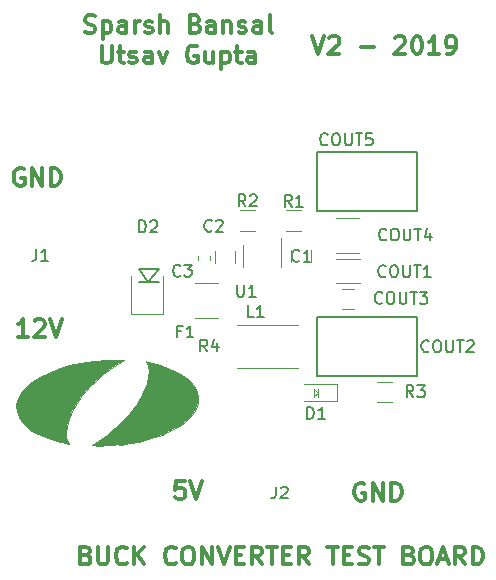
<source format=gbr>
G04 #@! TF.GenerationSoftware,KiCad,Pcbnew,5.0.2-bee76a0~70~ubuntu18.04.1*
G04 #@! TF.CreationDate,2019-02-22T10:13:23-05:00*
G04 #@! TF.ProjectId,New Buck Converter,4e657720-4275-4636-9b20-436f6e766572,rev?*
G04 #@! TF.SameCoordinates,Original*
G04 #@! TF.FileFunction,Legend,Top*
G04 #@! TF.FilePolarity,Positive*
%FSLAX46Y46*%
G04 Gerber Fmt 4.6, Leading zero omitted, Abs format (unit mm)*
G04 Created by KiCad (PCBNEW 5.0.2-bee76a0~70~ubuntu18.04.1) date Fri 22 Feb 2019 10:13:23 AM EST*
%MOMM*%
%LPD*%
G01*
G04 APERTURE LIST*
%ADD10C,0.300000*%
%ADD11C,0.120000*%
%ADD12C,0.150000*%
%ADD13C,0.200000*%
%ADD14C,0.100000*%
%ADD15C,0.010000*%
G04 APERTURE END LIST*
D10*
X111799999Y-127292857D02*
X112014285Y-127364285D01*
X112085714Y-127435714D01*
X112157142Y-127578571D01*
X112157142Y-127792857D01*
X112085714Y-127935714D01*
X112014285Y-128007142D01*
X111871428Y-128078571D01*
X111299999Y-128078571D01*
X111299999Y-126578571D01*
X111799999Y-126578571D01*
X111942857Y-126650000D01*
X112014285Y-126721428D01*
X112085714Y-126864285D01*
X112085714Y-127007142D01*
X112014285Y-127150000D01*
X111942857Y-127221428D01*
X111799999Y-127292857D01*
X111299999Y-127292857D01*
X112799999Y-126578571D02*
X112799999Y-127792857D01*
X112871428Y-127935714D01*
X112942857Y-128007142D01*
X113085714Y-128078571D01*
X113371428Y-128078571D01*
X113514285Y-128007142D01*
X113585714Y-127935714D01*
X113657142Y-127792857D01*
X113657142Y-126578571D01*
X115228571Y-127935714D02*
X115157142Y-128007142D01*
X114942857Y-128078571D01*
X114799999Y-128078571D01*
X114585714Y-128007142D01*
X114442857Y-127864285D01*
X114371428Y-127721428D01*
X114299999Y-127435714D01*
X114299999Y-127221428D01*
X114371428Y-126935714D01*
X114442857Y-126792857D01*
X114585714Y-126650000D01*
X114799999Y-126578571D01*
X114942857Y-126578571D01*
X115157142Y-126650000D01*
X115228571Y-126721428D01*
X115871428Y-128078571D02*
X115871428Y-126578571D01*
X116728571Y-128078571D02*
X116085714Y-127221428D01*
X116728571Y-126578571D02*
X115871428Y-127435714D01*
X119371428Y-127935714D02*
X119299999Y-128007142D01*
X119085714Y-128078571D01*
X118942857Y-128078571D01*
X118728571Y-128007142D01*
X118585714Y-127864285D01*
X118514285Y-127721428D01*
X118442857Y-127435714D01*
X118442857Y-127221428D01*
X118514285Y-126935714D01*
X118585714Y-126792857D01*
X118728571Y-126650000D01*
X118942857Y-126578571D01*
X119085714Y-126578571D01*
X119299999Y-126650000D01*
X119371428Y-126721428D01*
X120299999Y-126578571D02*
X120585714Y-126578571D01*
X120728571Y-126650000D01*
X120871428Y-126792857D01*
X120942857Y-127078571D01*
X120942857Y-127578571D01*
X120871428Y-127864285D01*
X120728571Y-128007142D01*
X120585714Y-128078571D01*
X120299999Y-128078571D01*
X120157142Y-128007142D01*
X120014285Y-127864285D01*
X119942857Y-127578571D01*
X119942857Y-127078571D01*
X120014285Y-126792857D01*
X120157142Y-126650000D01*
X120299999Y-126578571D01*
X121585714Y-128078571D02*
X121585714Y-126578571D01*
X122442857Y-128078571D01*
X122442857Y-126578571D01*
X122942857Y-126578571D02*
X123442857Y-128078571D01*
X123942857Y-126578571D01*
X124442857Y-127292857D02*
X124942857Y-127292857D01*
X125157142Y-128078571D02*
X124442857Y-128078571D01*
X124442857Y-126578571D01*
X125157142Y-126578571D01*
X126657142Y-128078571D02*
X126157142Y-127364285D01*
X125799999Y-128078571D02*
X125799999Y-126578571D01*
X126371428Y-126578571D01*
X126514285Y-126650000D01*
X126585714Y-126721428D01*
X126657142Y-126864285D01*
X126657142Y-127078571D01*
X126585714Y-127221428D01*
X126514285Y-127292857D01*
X126371428Y-127364285D01*
X125799999Y-127364285D01*
X127085714Y-126578571D02*
X127942857Y-126578571D01*
X127514285Y-128078571D02*
X127514285Y-126578571D01*
X128442857Y-127292857D02*
X128942857Y-127292857D01*
X129157142Y-128078571D02*
X128442857Y-128078571D01*
X128442857Y-126578571D01*
X129157142Y-126578571D01*
X130657142Y-128078571D02*
X130157142Y-127364285D01*
X129799999Y-128078571D02*
X129799999Y-126578571D01*
X130371428Y-126578571D01*
X130514285Y-126650000D01*
X130585714Y-126721428D01*
X130657142Y-126864285D01*
X130657142Y-127078571D01*
X130585714Y-127221428D01*
X130514285Y-127292857D01*
X130371428Y-127364285D01*
X129799999Y-127364285D01*
X132228571Y-126578571D02*
X133085714Y-126578571D01*
X132657142Y-128078571D02*
X132657142Y-126578571D01*
X133585714Y-127292857D02*
X134085714Y-127292857D01*
X134300000Y-128078571D02*
X133585714Y-128078571D01*
X133585714Y-126578571D01*
X134300000Y-126578571D01*
X134871428Y-128007142D02*
X135085714Y-128078571D01*
X135442857Y-128078571D01*
X135585714Y-128007142D01*
X135657142Y-127935714D01*
X135728571Y-127792857D01*
X135728571Y-127650000D01*
X135657142Y-127507142D01*
X135585714Y-127435714D01*
X135442857Y-127364285D01*
X135157142Y-127292857D01*
X135014285Y-127221428D01*
X134942857Y-127150000D01*
X134871428Y-127007142D01*
X134871428Y-126864285D01*
X134942857Y-126721428D01*
X135014285Y-126650000D01*
X135157142Y-126578571D01*
X135514285Y-126578571D01*
X135728571Y-126650000D01*
X136157142Y-126578571D02*
X137014285Y-126578571D01*
X136585714Y-128078571D02*
X136585714Y-126578571D01*
X139157142Y-127292857D02*
X139371428Y-127364285D01*
X139442857Y-127435714D01*
X139514285Y-127578571D01*
X139514285Y-127792857D01*
X139442857Y-127935714D01*
X139371428Y-128007142D01*
X139228571Y-128078571D01*
X138657142Y-128078571D01*
X138657142Y-126578571D01*
X139157142Y-126578571D01*
X139300000Y-126650000D01*
X139371428Y-126721428D01*
X139442857Y-126864285D01*
X139442857Y-127007142D01*
X139371428Y-127150000D01*
X139300000Y-127221428D01*
X139157142Y-127292857D01*
X138657142Y-127292857D01*
X140442857Y-126578571D02*
X140728571Y-126578571D01*
X140871428Y-126650000D01*
X141014285Y-126792857D01*
X141085714Y-127078571D01*
X141085714Y-127578571D01*
X141014285Y-127864285D01*
X140871428Y-128007142D01*
X140728571Y-128078571D01*
X140442857Y-128078571D01*
X140300000Y-128007142D01*
X140157142Y-127864285D01*
X140085714Y-127578571D01*
X140085714Y-127078571D01*
X140157142Y-126792857D01*
X140300000Y-126650000D01*
X140442857Y-126578571D01*
X141657142Y-127650000D02*
X142371428Y-127650000D01*
X141514285Y-128078571D02*
X142014285Y-126578571D01*
X142514285Y-128078571D01*
X143871428Y-128078571D02*
X143371428Y-127364285D01*
X143014285Y-128078571D02*
X143014285Y-126578571D01*
X143585714Y-126578571D01*
X143728571Y-126650000D01*
X143800000Y-126721428D01*
X143871428Y-126864285D01*
X143871428Y-127078571D01*
X143800000Y-127221428D01*
X143728571Y-127292857D01*
X143585714Y-127364285D01*
X143014285Y-127364285D01*
X144514285Y-128078571D02*
X144514285Y-126578571D01*
X144871428Y-126578571D01*
X145085714Y-126650000D01*
X145228571Y-126792857D01*
X145300000Y-126935714D01*
X145371428Y-127221428D01*
X145371428Y-127435714D01*
X145300000Y-127721428D01*
X145228571Y-127864285D01*
X145085714Y-128007142D01*
X144871428Y-128078571D01*
X144514285Y-128078571D01*
X130957142Y-83378571D02*
X131457142Y-84878571D01*
X131957142Y-83378571D01*
X132385714Y-83521428D02*
X132457142Y-83450000D01*
X132600000Y-83378571D01*
X132957142Y-83378571D01*
X133100000Y-83450000D01*
X133171428Y-83521428D01*
X133242857Y-83664285D01*
X133242857Y-83807142D01*
X133171428Y-84021428D01*
X132314285Y-84878571D01*
X133242857Y-84878571D01*
X135028571Y-84307142D02*
X136171428Y-84307142D01*
X137957142Y-83521428D02*
X138028571Y-83450000D01*
X138171428Y-83378571D01*
X138528571Y-83378571D01*
X138671428Y-83450000D01*
X138742857Y-83521428D01*
X138814285Y-83664285D01*
X138814285Y-83807142D01*
X138742857Y-84021428D01*
X137885714Y-84878571D01*
X138814285Y-84878571D01*
X139742857Y-83378571D02*
X139885714Y-83378571D01*
X140028571Y-83450000D01*
X140100000Y-83521428D01*
X140171428Y-83664285D01*
X140242857Y-83950000D01*
X140242857Y-84307142D01*
X140171428Y-84592857D01*
X140100000Y-84735714D01*
X140028571Y-84807142D01*
X139885714Y-84878571D01*
X139742857Y-84878571D01*
X139600000Y-84807142D01*
X139528571Y-84735714D01*
X139457142Y-84592857D01*
X139385714Y-84307142D01*
X139385714Y-83950000D01*
X139457142Y-83664285D01*
X139528571Y-83521428D01*
X139600000Y-83450000D01*
X139742857Y-83378571D01*
X141671428Y-84878571D02*
X140814285Y-84878571D01*
X141242857Y-84878571D02*
X141242857Y-83378571D01*
X141100000Y-83592857D01*
X140957142Y-83735714D01*
X140814285Y-83807142D01*
X142385714Y-84878571D02*
X142671428Y-84878571D01*
X142814285Y-84807142D01*
X142885714Y-84735714D01*
X143028571Y-84521428D01*
X143100000Y-84235714D01*
X143100000Y-83664285D01*
X143028571Y-83521428D01*
X142957142Y-83450000D01*
X142814285Y-83378571D01*
X142528571Y-83378571D01*
X142385714Y-83450000D01*
X142314285Y-83521428D01*
X142242857Y-83664285D01*
X142242857Y-84021428D01*
X142314285Y-84164285D01*
X142385714Y-84235714D01*
X142528571Y-84307142D01*
X142814285Y-84307142D01*
X142957142Y-84235714D01*
X143028571Y-84164285D01*
X143100000Y-84021428D01*
X111707142Y-83032142D02*
X111921428Y-83103571D01*
X112278571Y-83103571D01*
X112421428Y-83032142D01*
X112492857Y-82960714D01*
X112564285Y-82817857D01*
X112564285Y-82675000D01*
X112492857Y-82532142D01*
X112421428Y-82460714D01*
X112278571Y-82389285D01*
X111992857Y-82317857D01*
X111850000Y-82246428D01*
X111778571Y-82175000D01*
X111707142Y-82032142D01*
X111707142Y-81889285D01*
X111778571Y-81746428D01*
X111850000Y-81675000D01*
X111992857Y-81603571D01*
X112350000Y-81603571D01*
X112564285Y-81675000D01*
X113207142Y-82103571D02*
X113207142Y-83603571D01*
X113207142Y-82175000D02*
X113350000Y-82103571D01*
X113635714Y-82103571D01*
X113778571Y-82175000D01*
X113850000Y-82246428D01*
X113921428Y-82389285D01*
X113921428Y-82817857D01*
X113850000Y-82960714D01*
X113778571Y-83032142D01*
X113635714Y-83103571D01*
X113350000Y-83103571D01*
X113207142Y-83032142D01*
X115207142Y-83103571D02*
X115207142Y-82317857D01*
X115135714Y-82175000D01*
X114992857Y-82103571D01*
X114707142Y-82103571D01*
X114564285Y-82175000D01*
X115207142Y-83032142D02*
X115064285Y-83103571D01*
X114707142Y-83103571D01*
X114564285Y-83032142D01*
X114492857Y-82889285D01*
X114492857Y-82746428D01*
X114564285Y-82603571D01*
X114707142Y-82532142D01*
X115064285Y-82532142D01*
X115207142Y-82460714D01*
X115921428Y-83103571D02*
X115921428Y-82103571D01*
X115921428Y-82389285D02*
X115992857Y-82246428D01*
X116064285Y-82175000D01*
X116207142Y-82103571D01*
X116350000Y-82103571D01*
X116778571Y-83032142D02*
X116921428Y-83103571D01*
X117207142Y-83103571D01*
X117350000Y-83032142D01*
X117421428Y-82889285D01*
X117421428Y-82817857D01*
X117350000Y-82675000D01*
X117207142Y-82603571D01*
X116992857Y-82603571D01*
X116850000Y-82532142D01*
X116778571Y-82389285D01*
X116778571Y-82317857D01*
X116850000Y-82175000D01*
X116992857Y-82103571D01*
X117207142Y-82103571D01*
X117350000Y-82175000D01*
X118064285Y-83103571D02*
X118064285Y-81603571D01*
X118707142Y-83103571D02*
X118707142Y-82317857D01*
X118635714Y-82175000D01*
X118492857Y-82103571D01*
X118278571Y-82103571D01*
X118135714Y-82175000D01*
X118064285Y-82246428D01*
X121064285Y-82317857D02*
X121278571Y-82389285D01*
X121350000Y-82460714D01*
X121421428Y-82603571D01*
X121421428Y-82817857D01*
X121350000Y-82960714D01*
X121278571Y-83032142D01*
X121135714Y-83103571D01*
X120564285Y-83103571D01*
X120564285Y-81603571D01*
X121064285Y-81603571D01*
X121207142Y-81675000D01*
X121278571Y-81746428D01*
X121350000Y-81889285D01*
X121350000Y-82032142D01*
X121278571Y-82175000D01*
X121207142Y-82246428D01*
X121064285Y-82317857D01*
X120564285Y-82317857D01*
X122707142Y-83103571D02*
X122707142Y-82317857D01*
X122635714Y-82175000D01*
X122492857Y-82103571D01*
X122207142Y-82103571D01*
X122064285Y-82175000D01*
X122707142Y-83032142D02*
X122564285Y-83103571D01*
X122207142Y-83103571D01*
X122064285Y-83032142D01*
X121992857Y-82889285D01*
X121992857Y-82746428D01*
X122064285Y-82603571D01*
X122207142Y-82532142D01*
X122564285Y-82532142D01*
X122707142Y-82460714D01*
X123421428Y-82103571D02*
X123421428Y-83103571D01*
X123421428Y-82246428D02*
X123492857Y-82175000D01*
X123635714Y-82103571D01*
X123850000Y-82103571D01*
X123992857Y-82175000D01*
X124064285Y-82317857D01*
X124064285Y-83103571D01*
X124707142Y-83032142D02*
X124850000Y-83103571D01*
X125135714Y-83103571D01*
X125278571Y-83032142D01*
X125350000Y-82889285D01*
X125350000Y-82817857D01*
X125278571Y-82675000D01*
X125135714Y-82603571D01*
X124921428Y-82603571D01*
X124778571Y-82532142D01*
X124707142Y-82389285D01*
X124707142Y-82317857D01*
X124778571Y-82175000D01*
X124921428Y-82103571D01*
X125135714Y-82103571D01*
X125278571Y-82175000D01*
X126635714Y-83103571D02*
X126635714Y-82317857D01*
X126564285Y-82175000D01*
X126421428Y-82103571D01*
X126135714Y-82103571D01*
X125992857Y-82175000D01*
X126635714Y-83032142D02*
X126492857Y-83103571D01*
X126135714Y-83103571D01*
X125992857Y-83032142D01*
X125921428Y-82889285D01*
X125921428Y-82746428D01*
X125992857Y-82603571D01*
X126135714Y-82532142D01*
X126492857Y-82532142D01*
X126635714Y-82460714D01*
X127564285Y-83103571D02*
X127421428Y-83032142D01*
X127350000Y-82889285D01*
X127350000Y-81603571D01*
X113100000Y-84153571D02*
X113100000Y-85367857D01*
X113171428Y-85510714D01*
X113242857Y-85582142D01*
X113385714Y-85653571D01*
X113671428Y-85653571D01*
X113814285Y-85582142D01*
X113885714Y-85510714D01*
X113957142Y-85367857D01*
X113957142Y-84153571D01*
X114457142Y-84653571D02*
X115028571Y-84653571D01*
X114671428Y-84153571D02*
X114671428Y-85439285D01*
X114742857Y-85582142D01*
X114885714Y-85653571D01*
X115028571Y-85653571D01*
X115457142Y-85582142D02*
X115600000Y-85653571D01*
X115885714Y-85653571D01*
X116028571Y-85582142D01*
X116100000Y-85439285D01*
X116100000Y-85367857D01*
X116028571Y-85225000D01*
X115885714Y-85153571D01*
X115671428Y-85153571D01*
X115528571Y-85082142D01*
X115457142Y-84939285D01*
X115457142Y-84867857D01*
X115528571Y-84725000D01*
X115671428Y-84653571D01*
X115885714Y-84653571D01*
X116028571Y-84725000D01*
X117385714Y-85653571D02*
X117385714Y-84867857D01*
X117314285Y-84725000D01*
X117171428Y-84653571D01*
X116885714Y-84653571D01*
X116742857Y-84725000D01*
X117385714Y-85582142D02*
X117242857Y-85653571D01*
X116885714Y-85653571D01*
X116742857Y-85582142D01*
X116671428Y-85439285D01*
X116671428Y-85296428D01*
X116742857Y-85153571D01*
X116885714Y-85082142D01*
X117242857Y-85082142D01*
X117385714Y-85010714D01*
X117957142Y-84653571D02*
X118314285Y-85653571D01*
X118671428Y-84653571D01*
X121171428Y-84225000D02*
X121028571Y-84153571D01*
X120814285Y-84153571D01*
X120600000Y-84225000D01*
X120457142Y-84367857D01*
X120385714Y-84510714D01*
X120314285Y-84796428D01*
X120314285Y-85010714D01*
X120385714Y-85296428D01*
X120457142Y-85439285D01*
X120600000Y-85582142D01*
X120814285Y-85653571D01*
X120957142Y-85653571D01*
X121171428Y-85582142D01*
X121242857Y-85510714D01*
X121242857Y-85010714D01*
X120957142Y-85010714D01*
X122528571Y-84653571D02*
X122528571Y-85653571D01*
X121885714Y-84653571D02*
X121885714Y-85439285D01*
X121957142Y-85582142D01*
X122100000Y-85653571D01*
X122314285Y-85653571D01*
X122457142Y-85582142D01*
X122528571Y-85510714D01*
X123242857Y-84653571D02*
X123242857Y-86153571D01*
X123242857Y-84725000D02*
X123385714Y-84653571D01*
X123671428Y-84653571D01*
X123814285Y-84725000D01*
X123885714Y-84796428D01*
X123957142Y-84939285D01*
X123957142Y-85367857D01*
X123885714Y-85510714D01*
X123814285Y-85582142D01*
X123671428Y-85653571D01*
X123385714Y-85653571D01*
X123242857Y-85582142D01*
X124385714Y-84653571D02*
X124957142Y-84653571D01*
X124600000Y-84153571D02*
X124600000Y-85439285D01*
X124671428Y-85582142D01*
X124814285Y-85653571D01*
X124957142Y-85653571D01*
X126100000Y-85653571D02*
X126100000Y-84867857D01*
X126028571Y-84725000D01*
X125885714Y-84653571D01*
X125600000Y-84653571D01*
X125457142Y-84725000D01*
X126100000Y-85582142D02*
X125957142Y-85653571D01*
X125600000Y-85653571D01*
X125457142Y-85582142D01*
X125385714Y-85439285D01*
X125385714Y-85296428D01*
X125457142Y-85153571D01*
X125600000Y-85082142D01*
X125957142Y-85082142D01*
X126100000Y-85010714D01*
X120128065Y-121042691D02*
X119413780Y-121042691D01*
X119342351Y-121756977D01*
X119413780Y-121685548D01*
X119556637Y-121614120D01*
X119913780Y-121614120D01*
X120056637Y-121685548D01*
X120128065Y-121756977D01*
X120199494Y-121899834D01*
X120199494Y-122256977D01*
X120128065Y-122399834D01*
X120056637Y-122471262D01*
X119913780Y-122542691D01*
X119556637Y-122542691D01*
X119413780Y-122471262D01*
X119342351Y-122399834D01*
X120628065Y-121042691D02*
X121128065Y-122542691D01*
X121628065Y-121042691D01*
X135357142Y-121250000D02*
X135214285Y-121178571D01*
X135000000Y-121178571D01*
X134785714Y-121250000D01*
X134642857Y-121392857D01*
X134571428Y-121535714D01*
X134500000Y-121821428D01*
X134500000Y-122035714D01*
X134571428Y-122321428D01*
X134642857Y-122464285D01*
X134785714Y-122607142D01*
X135000000Y-122678571D01*
X135142857Y-122678571D01*
X135357142Y-122607142D01*
X135428571Y-122535714D01*
X135428571Y-122035714D01*
X135142857Y-122035714D01*
X136071428Y-122678571D02*
X136071428Y-121178571D01*
X136928571Y-122678571D01*
X136928571Y-121178571D01*
X137642857Y-122678571D02*
X137642857Y-121178571D01*
X138000000Y-121178571D01*
X138214285Y-121250000D01*
X138357142Y-121392857D01*
X138428571Y-121535714D01*
X138500000Y-121821428D01*
X138500000Y-122035714D01*
X138428571Y-122321428D01*
X138357142Y-122464285D01*
X138214285Y-122607142D01*
X138000000Y-122678571D01*
X137642857Y-122678571D01*
X106509962Y-94588900D02*
X106367105Y-94517471D01*
X106152820Y-94517471D01*
X105938534Y-94588900D01*
X105795677Y-94731757D01*
X105724248Y-94874614D01*
X105652820Y-95160328D01*
X105652820Y-95374614D01*
X105724248Y-95660328D01*
X105795677Y-95803185D01*
X105938534Y-95946042D01*
X106152820Y-96017471D01*
X106295677Y-96017471D01*
X106509962Y-95946042D01*
X106581391Y-95874614D01*
X106581391Y-95374614D01*
X106295677Y-95374614D01*
X107224248Y-96017471D02*
X107224248Y-94517471D01*
X108081391Y-96017471D01*
X108081391Y-94517471D01*
X108795677Y-96017471D02*
X108795677Y-94517471D01*
X109152820Y-94517471D01*
X109367105Y-94588900D01*
X109509962Y-94731757D01*
X109581391Y-94874614D01*
X109652820Y-95160328D01*
X109652820Y-95374614D01*
X109581391Y-95660328D01*
X109509962Y-95803185D01*
X109367105Y-95946042D01*
X109152820Y-96017471D01*
X108795677Y-96017471D01*
X106861408Y-108826691D02*
X106004265Y-108826691D01*
X106432837Y-108826691D02*
X106432837Y-107326691D01*
X106289980Y-107540977D01*
X106147122Y-107683834D01*
X106004265Y-107755262D01*
X107432837Y-107469548D02*
X107504265Y-107398120D01*
X107647122Y-107326691D01*
X108004265Y-107326691D01*
X108147122Y-107398120D01*
X108218551Y-107469548D01*
X108289980Y-107612405D01*
X108289980Y-107755262D01*
X108218551Y-107969548D01*
X107361408Y-108826691D01*
X108289980Y-108826691D01*
X108718551Y-107326691D02*
X109218551Y-108826691D01*
X109718551Y-107326691D01*
D11*
G04 #@! TO.C,COUT4*
X134908800Y-101683000D02*
X132908800Y-101683000D01*
X132908800Y-98723000D02*
X134908800Y-98723000D01*
G04 #@! TO.C,C1*
X130821800Y-102481000D02*
X130821800Y-101481000D01*
X129121800Y-101481000D02*
X129121800Y-102481000D01*
G04 #@! TO.C,C2*
X122708300Y-101560500D02*
X122708300Y-102560500D01*
X124408300Y-102560500D02*
X124408300Y-101560500D01*
G04 #@! TO.C,C3*
X121242360Y-102313959D02*
X121242360Y-101988401D01*
X122262360Y-102313959D02*
X122262360Y-101988401D01*
G04 #@! TO.C,F1*
X122970800Y-107207500D02*
X120970800Y-107207500D01*
X120970800Y-104247500D02*
X122970800Y-104247500D01*
G04 #@! TO.C,R1*
X128744420Y-98098720D02*
X129944420Y-98098720D01*
X129944420Y-99858720D02*
X128744420Y-99858720D01*
G04 #@! TO.C,R2*
X126058220Y-99843480D02*
X124858220Y-99843480D01*
X124858220Y-98083480D02*
X126058220Y-98083480D01*
G04 #@! TO.C,R3*
X137658360Y-114364660D02*
X136458360Y-114364660D01*
X136458360Y-112604660D02*
X137658360Y-112604660D01*
G04 #@! TO.C,R4*
X124528200Y-107786080D02*
X129728200Y-107786080D01*
X129728200Y-111426080D02*
X124528200Y-111426080D01*
G04 #@! TO.C,U1*
X125067600Y-101065800D02*
X125067600Y-102865800D01*
X128287600Y-102865800D02*
X128287600Y-100415800D01*
G04 #@! TO.C,COUT1*
X134948300Y-102231000D02*
X132948300Y-102231000D01*
X132948300Y-104271000D02*
X134948300Y-104271000D01*
D12*
G04 #@! TO.C,COUT2*
X131329300Y-112101000D02*
X131329300Y-107101000D01*
X139829300Y-112101000D02*
X131329300Y-112101000D01*
X139829300Y-107101000D02*
X139829300Y-112101000D01*
X131329300Y-107101000D02*
X139829300Y-107101000D01*
D11*
G04 #@! TO.C,COUT3*
X134472300Y-104750500D02*
X133472300Y-104750500D01*
X133472300Y-106450500D02*
X134472300Y-106450500D01*
D12*
G04 #@! TO.C,COUT5*
X131329300Y-93194500D02*
X139829300Y-93194500D01*
X139829300Y-93194500D02*
X139829300Y-98194500D01*
X139829300Y-98194500D02*
X131329300Y-98194500D01*
X131329300Y-98194500D02*
X131329300Y-93194500D01*
D13*
G04 #@! TO.C,D2*
X117954300Y-103095500D02*
X117054300Y-104195500D01*
X116254300Y-103095500D02*
X117954300Y-103095500D01*
X117054300Y-104195500D02*
X116254300Y-103095500D01*
X116254300Y-104195500D02*
X117954300Y-104195500D01*
D11*
X115620800Y-106870500D02*
X118287800Y-106870500D01*
X118287800Y-106870500D02*
X118287800Y-103695500D01*
X115620800Y-106870500D02*
X115620800Y-103695500D01*
D14*
G04 #@! TO.C,D1*
X131421660Y-113190540D02*
X131421660Y-113540540D01*
X131421660Y-113540540D02*
X131421660Y-113890540D01*
X131071660Y-113190540D02*
X131421660Y-113540540D01*
X131071660Y-113240540D02*
X131071660Y-113190540D01*
X131071660Y-113190540D02*
X131071660Y-113240540D01*
X131071660Y-113890540D02*
X131071660Y-113240540D01*
X131121660Y-113840540D02*
X131071660Y-113890540D01*
X131421660Y-113540540D02*
X131121660Y-113840540D01*
D11*
X133021660Y-114240540D02*
X133021660Y-112840540D01*
X133021660Y-112840540D02*
X130221660Y-112840540D01*
X133021660Y-114240540D02*
X130221660Y-114240540D01*
D15*
G04 #@! TO.C,G\002A\002A\002A*
G36*
X114289070Y-111166274D02*
X113797169Y-111496709D01*
X113250346Y-111930095D01*
X112689000Y-112429427D01*
X112153529Y-112957700D01*
X111684333Y-113477909D01*
X111463963Y-113754069D01*
X111006696Y-114420664D01*
X110633857Y-115086545D01*
X110351473Y-115732052D01*
X110165570Y-116337523D01*
X110082175Y-116883297D01*
X110107313Y-117349711D01*
X110247011Y-117717104D01*
X110248549Y-117719500D01*
X110330728Y-117857194D01*
X110348119Y-117905837D01*
X110261643Y-117884085D01*
X110048768Y-117829169D01*
X109746916Y-117750766D01*
X109563000Y-117702827D01*
X108570197Y-117401284D01*
X107737883Y-117055854D01*
X107062425Y-116664339D01*
X106540192Y-116224543D01*
X106167551Y-115734266D01*
X106099140Y-115607176D01*
X105917408Y-115076433D01*
X105895747Y-114551032D01*
X106024897Y-114036726D01*
X106295597Y-113539269D01*
X106698584Y-113064415D01*
X107224599Y-112617918D01*
X107864380Y-112205531D01*
X108608666Y-111833009D01*
X109448195Y-111506106D01*
X110373707Y-111230574D01*
X111375940Y-111012169D01*
X112445633Y-110856645D01*
X113573526Y-110769754D01*
X113903482Y-110758382D01*
X115026631Y-110730215D01*
X114289070Y-111166274D01*
X114289070Y-111166274D01*
G37*
X114289070Y-111166274D02*
X113797169Y-111496709D01*
X113250346Y-111930095D01*
X112689000Y-112429427D01*
X112153529Y-112957700D01*
X111684333Y-113477909D01*
X111463963Y-113754069D01*
X111006696Y-114420664D01*
X110633857Y-115086545D01*
X110351473Y-115732052D01*
X110165570Y-116337523D01*
X110082175Y-116883297D01*
X110107313Y-117349711D01*
X110247011Y-117717104D01*
X110248549Y-117719500D01*
X110330728Y-117857194D01*
X110348119Y-117905837D01*
X110261643Y-117884085D01*
X110048768Y-117829169D01*
X109746916Y-117750766D01*
X109563000Y-117702827D01*
X108570197Y-117401284D01*
X107737883Y-117055854D01*
X107062425Y-116664339D01*
X106540192Y-116224543D01*
X106167551Y-115734266D01*
X106099140Y-115607176D01*
X105917408Y-115076433D01*
X105895747Y-114551032D01*
X106024897Y-114036726D01*
X106295597Y-113539269D01*
X106698584Y-113064415D01*
X107224599Y-112617918D01*
X107864380Y-112205531D01*
X108608666Y-111833009D01*
X109448195Y-111506106D01*
X110373707Y-111230574D01*
X111375940Y-111012169D01*
X112445633Y-110856645D01*
X113573526Y-110769754D01*
X113903482Y-110758382D01*
X115026631Y-110730215D01*
X114289070Y-111166274D01*
G36*
X116942983Y-110910857D02*
X117093457Y-110950871D01*
X117359628Y-111019176D01*
X117692829Y-111103325D01*
X117818000Y-111134647D01*
X118450523Y-111328588D01*
X119089166Y-111588634D01*
X119687709Y-111891926D01*
X120199928Y-112215601D01*
X120506464Y-112464369D01*
X120927728Y-112947450D01*
X121187210Y-113444295D01*
X121291208Y-113948117D01*
X121246021Y-114452128D01*
X121057949Y-114949541D01*
X120733290Y-115433569D01*
X120278343Y-115897426D01*
X119699408Y-116334324D01*
X119002783Y-116737476D01*
X118194767Y-117100096D01*
X117281660Y-117415395D01*
X116269759Y-117676588D01*
X115537525Y-117818298D01*
X115079989Y-117891873D01*
X114763227Y-117932252D01*
X114562288Y-117941026D01*
X114452225Y-117919783D01*
X114416988Y-117889688D01*
X114358074Y-117835928D01*
X114347963Y-117879733D01*
X114266319Y-117939404D01*
X114037525Y-117978973D01*
X113817500Y-117991838D01*
X113450619Y-118003054D01*
X113079467Y-118015266D01*
X112886142Y-118022106D01*
X112651824Y-118019314D01*
X112506863Y-117995498D01*
X112483975Y-117976157D01*
X112418294Y-117946379D01*
X112335834Y-117961997D01*
X112328337Y-117948862D01*
X112445123Y-117871153D01*
X112661598Y-117744985D01*
X112698718Y-117724227D01*
X113491052Y-117214140D01*
X114273964Y-116567576D01*
X114856472Y-115994766D01*
X115533545Y-115229263D01*
X116078075Y-114483663D01*
X116516751Y-113720256D01*
X116626149Y-113494085D01*
X116914204Y-112788034D01*
X117072957Y-112182650D01*
X117103305Y-111670335D01*
X117006150Y-111243492D01*
X116913505Y-111065181D01*
X116834494Y-110926595D01*
X116858577Y-110891775D01*
X116942983Y-110910857D01*
X116942983Y-110910857D01*
G37*
X116942983Y-110910857D02*
X117093457Y-110950871D01*
X117359628Y-111019176D01*
X117692829Y-111103325D01*
X117818000Y-111134647D01*
X118450523Y-111328588D01*
X119089166Y-111588634D01*
X119687709Y-111891926D01*
X120199928Y-112215601D01*
X120506464Y-112464369D01*
X120927728Y-112947450D01*
X121187210Y-113444295D01*
X121291208Y-113948117D01*
X121246021Y-114452128D01*
X121057949Y-114949541D01*
X120733290Y-115433569D01*
X120278343Y-115897426D01*
X119699408Y-116334324D01*
X119002783Y-116737476D01*
X118194767Y-117100096D01*
X117281660Y-117415395D01*
X116269759Y-117676588D01*
X115537525Y-117818298D01*
X115079989Y-117891873D01*
X114763227Y-117932252D01*
X114562288Y-117941026D01*
X114452225Y-117919783D01*
X114416988Y-117889688D01*
X114358074Y-117835928D01*
X114347963Y-117879733D01*
X114266319Y-117939404D01*
X114037525Y-117978973D01*
X113817500Y-117991838D01*
X113450619Y-118003054D01*
X113079467Y-118015266D01*
X112886142Y-118022106D01*
X112651824Y-118019314D01*
X112506863Y-117995498D01*
X112483975Y-117976157D01*
X112418294Y-117946379D01*
X112335834Y-117961997D01*
X112328337Y-117948862D01*
X112445123Y-117871153D01*
X112661598Y-117744985D01*
X112698718Y-117724227D01*
X113491052Y-117214140D01*
X114273964Y-116567576D01*
X114856472Y-115994766D01*
X115533545Y-115229263D01*
X116078075Y-114483663D01*
X116516751Y-113720256D01*
X116626149Y-113494085D01*
X116914204Y-112788034D01*
X117072957Y-112182650D01*
X117103305Y-111670335D01*
X117006150Y-111243492D01*
X116913505Y-111065181D01*
X116834494Y-110926595D01*
X116858577Y-110891775D01*
X116942983Y-110910857D01*
G04 #@! TO.C,J1*
D12*
X107566666Y-101352380D02*
X107566666Y-102066666D01*
X107519047Y-102209523D01*
X107423809Y-102304761D01*
X107280952Y-102352380D01*
X107185714Y-102352380D01*
X108566666Y-102352380D02*
X107995238Y-102352380D01*
X108280952Y-102352380D02*
X108280952Y-101352380D01*
X108185714Y-101495238D01*
X108090476Y-101590476D01*
X107995238Y-101638095D01*
G04 #@! TO.C,J2*
X127865866Y-121492220D02*
X127865866Y-122206506D01*
X127818247Y-122349363D01*
X127723009Y-122444601D01*
X127580152Y-122492220D01*
X127484914Y-122492220D01*
X128294438Y-121587459D02*
X128342057Y-121539840D01*
X128437295Y-121492220D01*
X128675390Y-121492220D01*
X128770628Y-121539840D01*
X128818247Y-121587459D01*
X128865866Y-121682697D01*
X128865866Y-121777935D01*
X128818247Y-121920792D01*
X128246819Y-122492220D01*
X128865866Y-122492220D01*
G04 #@! TO.C,COUT4*
X137204761Y-100557142D02*
X137157142Y-100604761D01*
X137014285Y-100652380D01*
X136919047Y-100652380D01*
X136776190Y-100604761D01*
X136680952Y-100509523D01*
X136633333Y-100414285D01*
X136585714Y-100223809D01*
X136585714Y-100080952D01*
X136633333Y-99890476D01*
X136680952Y-99795238D01*
X136776190Y-99700000D01*
X136919047Y-99652380D01*
X137014285Y-99652380D01*
X137157142Y-99700000D01*
X137204761Y-99747619D01*
X137823809Y-99652380D02*
X138014285Y-99652380D01*
X138109523Y-99700000D01*
X138204761Y-99795238D01*
X138252380Y-99985714D01*
X138252380Y-100319047D01*
X138204761Y-100509523D01*
X138109523Y-100604761D01*
X138014285Y-100652380D01*
X137823809Y-100652380D01*
X137728571Y-100604761D01*
X137633333Y-100509523D01*
X137585714Y-100319047D01*
X137585714Y-99985714D01*
X137633333Y-99795238D01*
X137728571Y-99700000D01*
X137823809Y-99652380D01*
X138680952Y-99652380D02*
X138680952Y-100461904D01*
X138728571Y-100557142D01*
X138776190Y-100604761D01*
X138871428Y-100652380D01*
X139061904Y-100652380D01*
X139157142Y-100604761D01*
X139204761Y-100557142D01*
X139252380Y-100461904D01*
X139252380Y-99652380D01*
X139585714Y-99652380D02*
X140157142Y-99652380D01*
X139871428Y-100652380D02*
X139871428Y-99652380D01*
X140919047Y-99985714D02*
X140919047Y-100652380D01*
X140680952Y-99604761D02*
X140442857Y-100319047D01*
X141061904Y-100319047D01*
G04 #@! TO.C,C1*
X129833333Y-102357142D02*
X129785714Y-102404761D01*
X129642857Y-102452380D01*
X129547619Y-102452380D01*
X129404761Y-102404761D01*
X129309523Y-102309523D01*
X129261904Y-102214285D01*
X129214285Y-102023809D01*
X129214285Y-101880952D01*
X129261904Y-101690476D01*
X129309523Y-101595238D01*
X129404761Y-101500000D01*
X129547619Y-101452380D01*
X129642857Y-101452380D01*
X129785714Y-101500000D01*
X129833333Y-101547619D01*
X130785714Y-102452380D02*
X130214285Y-102452380D01*
X130500000Y-102452380D02*
X130500000Y-101452380D01*
X130404761Y-101595238D01*
X130309523Y-101690476D01*
X130214285Y-101738095D01*
G04 #@! TO.C,C2*
X122433333Y-99807142D02*
X122385714Y-99854761D01*
X122242857Y-99902380D01*
X122147619Y-99902380D01*
X122004761Y-99854761D01*
X121909523Y-99759523D01*
X121861904Y-99664285D01*
X121814285Y-99473809D01*
X121814285Y-99330952D01*
X121861904Y-99140476D01*
X121909523Y-99045238D01*
X122004761Y-98950000D01*
X122147619Y-98902380D01*
X122242857Y-98902380D01*
X122385714Y-98950000D01*
X122433333Y-98997619D01*
X122814285Y-98997619D02*
X122861904Y-98950000D01*
X122957142Y-98902380D01*
X123195238Y-98902380D01*
X123290476Y-98950000D01*
X123338095Y-98997619D01*
X123385714Y-99092857D01*
X123385714Y-99188095D01*
X123338095Y-99330952D01*
X122766666Y-99902380D01*
X123385714Y-99902380D01*
G04 #@! TO.C,C3*
X119772133Y-103608142D02*
X119724514Y-103655761D01*
X119581657Y-103703380D01*
X119486419Y-103703380D01*
X119343561Y-103655761D01*
X119248323Y-103560523D01*
X119200704Y-103465285D01*
X119153085Y-103274809D01*
X119153085Y-103131952D01*
X119200704Y-102941476D01*
X119248323Y-102846238D01*
X119343561Y-102751000D01*
X119486419Y-102703380D01*
X119581657Y-102703380D01*
X119724514Y-102751000D01*
X119772133Y-102798619D01*
X120105466Y-102703380D02*
X120724514Y-102703380D01*
X120391180Y-103084333D01*
X120534038Y-103084333D01*
X120629276Y-103131952D01*
X120676895Y-103179571D01*
X120724514Y-103274809D01*
X120724514Y-103512904D01*
X120676895Y-103608142D01*
X120629276Y-103655761D01*
X120534038Y-103703380D01*
X120248323Y-103703380D01*
X120153085Y-103655761D01*
X120105466Y-103608142D01*
G04 #@! TO.C,F1*
X119816666Y-108328571D02*
X119483333Y-108328571D01*
X119483333Y-108852380D02*
X119483333Y-107852380D01*
X119959523Y-107852380D01*
X120864285Y-108852380D02*
X120292857Y-108852380D01*
X120578571Y-108852380D02*
X120578571Y-107852380D01*
X120483333Y-107995238D01*
X120388095Y-108090476D01*
X120292857Y-108138095D01*
G04 #@! TO.C,L1*
X125983333Y-107152380D02*
X125507142Y-107152380D01*
X125507142Y-106152380D01*
X126840476Y-107152380D02*
X126269047Y-107152380D01*
X126554761Y-107152380D02*
X126554761Y-106152380D01*
X126459523Y-106295238D01*
X126364285Y-106390476D01*
X126269047Y-106438095D01*
G04 #@! TO.C,R1*
X129187913Y-97787720D02*
X128854580Y-97311530D01*
X128616484Y-97787720D02*
X128616484Y-96787720D01*
X128997437Y-96787720D01*
X129092675Y-96835340D01*
X129140294Y-96882959D01*
X129187913Y-96978197D01*
X129187913Y-97121054D01*
X129140294Y-97216292D01*
X129092675Y-97263911D01*
X128997437Y-97311530D01*
X128616484Y-97311530D01*
X130140294Y-97787720D02*
X129568865Y-97787720D01*
X129854580Y-97787720D02*
X129854580Y-96787720D01*
X129759341Y-96930578D01*
X129664103Y-97025816D01*
X129568865Y-97073435D01*
G04 #@! TO.C,R2*
X125286473Y-97757240D02*
X124953140Y-97281050D01*
X124715044Y-97757240D02*
X124715044Y-96757240D01*
X125095997Y-96757240D01*
X125191235Y-96804860D01*
X125238854Y-96852479D01*
X125286473Y-96947717D01*
X125286473Y-97090574D01*
X125238854Y-97185812D01*
X125191235Y-97233431D01*
X125095997Y-97281050D01*
X124715044Y-97281050D01*
X125667425Y-96852479D02*
X125715044Y-96804860D01*
X125810282Y-96757240D01*
X126048378Y-96757240D01*
X126143616Y-96804860D01*
X126191235Y-96852479D01*
X126238854Y-96947717D01*
X126238854Y-97042955D01*
X126191235Y-97185812D01*
X125619806Y-97757240D01*
X126238854Y-97757240D01*
G04 #@! TO.C,R3*
X139502853Y-113914180D02*
X139169520Y-113437990D01*
X138931424Y-113914180D02*
X138931424Y-112914180D01*
X139312377Y-112914180D01*
X139407615Y-112961800D01*
X139455234Y-113009419D01*
X139502853Y-113104657D01*
X139502853Y-113247514D01*
X139455234Y-113342752D01*
X139407615Y-113390371D01*
X139312377Y-113437990D01*
X138931424Y-113437990D01*
X139836186Y-112914180D02*
X140455234Y-112914180D01*
X140121900Y-113295133D01*
X140264758Y-113295133D01*
X140359996Y-113342752D01*
X140407615Y-113390371D01*
X140455234Y-113485609D01*
X140455234Y-113723704D01*
X140407615Y-113818942D01*
X140359996Y-113866561D01*
X140264758Y-113914180D01*
X139979043Y-113914180D01*
X139883805Y-113866561D01*
X139836186Y-113818942D01*
G04 #@! TO.C,R4*
X122033333Y-110040680D02*
X121700000Y-109564490D01*
X121461904Y-110040680D02*
X121461904Y-109040680D01*
X121842857Y-109040680D01*
X121938095Y-109088300D01*
X121985714Y-109135919D01*
X122033333Y-109231157D01*
X122033333Y-109374014D01*
X121985714Y-109469252D01*
X121938095Y-109516871D01*
X121842857Y-109564490D01*
X121461904Y-109564490D01*
X122890476Y-109374014D02*
X122890476Y-110040680D01*
X122652380Y-108993061D02*
X122414285Y-109707347D01*
X123033333Y-109707347D01*
G04 #@! TO.C,U1*
X124588095Y-104402380D02*
X124588095Y-105211904D01*
X124635714Y-105307142D01*
X124683333Y-105354761D01*
X124778571Y-105402380D01*
X124969047Y-105402380D01*
X125064285Y-105354761D01*
X125111904Y-105307142D01*
X125159523Y-105211904D01*
X125159523Y-104402380D01*
X126159523Y-105402380D02*
X125588095Y-105402380D01*
X125873809Y-105402380D02*
X125873809Y-104402380D01*
X125778571Y-104545238D01*
X125683333Y-104640476D01*
X125588095Y-104688095D01*
G04 #@! TO.C,COUT1*
X137154761Y-103657142D02*
X137107142Y-103704761D01*
X136964285Y-103752380D01*
X136869047Y-103752380D01*
X136726190Y-103704761D01*
X136630952Y-103609523D01*
X136583333Y-103514285D01*
X136535714Y-103323809D01*
X136535714Y-103180952D01*
X136583333Y-102990476D01*
X136630952Y-102895238D01*
X136726190Y-102800000D01*
X136869047Y-102752380D01*
X136964285Y-102752380D01*
X137107142Y-102800000D01*
X137154761Y-102847619D01*
X137773809Y-102752380D02*
X137964285Y-102752380D01*
X138059523Y-102800000D01*
X138154761Y-102895238D01*
X138202380Y-103085714D01*
X138202380Y-103419047D01*
X138154761Y-103609523D01*
X138059523Y-103704761D01*
X137964285Y-103752380D01*
X137773809Y-103752380D01*
X137678571Y-103704761D01*
X137583333Y-103609523D01*
X137535714Y-103419047D01*
X137535714Y-103085714D01*
X137583333Y-102895238D01*
X137678571Y-102800000D01*
X137773809Y-102752380D01*
X138630952Y-102752380D02*
X138630952Y-103561904D01*
X138678571Y-103657142D01*
X138726190Y-103704761D01*
X138821428Y-103752380D01*
X139011904Y-103752380D01*
X139107142Y-103704761D01*
X139154761Y-103657142D01*
X139202380Y-103561904D01*
X139202380Y-102752380D01*
X139535714Y-102752380D02*
X140107142Y-102752380D01*
X139821428Y-103752380D02*
X139821428Y-102752380D01*
X140964285Y-103752380D02*
X140392857Y-103752380D01*
X140678571Y-103752380D02*
X140678571Y-102752380D01*
X140583333Y-102895238D01*
X140488095Y-102990476D01*
X140392857Y-103038095D01*
G04 #@! TO.C,COUT2*
X140804761Y-110007142D02*
X140757142Y-110054761D01*
X140614285Y-110102380D01*
X140519047Y-110102380D01*
X140376190Y-110054761D01*
X140280952Y-109959523D01*
X140233333Y-109864285D01*
X140185714Y-109673809D01*
X140185714Y-109530952D01*
X140233333Y-109340476D01*
X140280952Y-109245238D01*
X140376190Y-109150000D01*
X140519047Y-109102380D01*
X140614285Y-109102380D01*
X140757142Y-109150000D01*
X140804761Y-109197619D01*
X141423809Y-109102380D02*
X141614285Y-109102380D01*
X141709523Y-109150000D01*
X141804761Y-109245238D01*
X141852380Y-109435714D01*
X141852380Y-109769047D01*
X141804761Y-109959523D01*
X141709523Y-110054761D01*
X141614285Y-110102380D01*
X141423809Y-110102380D01*
X141328571Y-110054761D01*
X141233333Y-109959523D01*
X141185714Y-109769047D01*
X141185714Y-109435714D01*
X141233333Y-109245238D01*
X141328571Y-109150000D01*
X141423809Y-109102380D01*
X142280952Y-109102380D02*
X142280952Y-109911904D01*
X142328571Y-110007142D01*
X142376190Y-110054761D01*
X142471428Y-110102380D01*
X142661904Y-110102380D01*
X142757142Y-110054761D01*
X142804761Y-110007142D01*
X142852380Y-109911904D01*
X142852380Y-109102380D01*
X143185714Y-109102380D02*
X143757142Y-109102380D01*
X143471428Y-110102380D02*
X143471428Y-109102380D01*
X144042857Y-109197619D02*
X144090476Y-109150000D01*
X144185714Y-109102380D01*
X144423809Y-109102380D01*
X144519047Y-109150000D01*
X144566666Y-109197619D01*
X144614285Y-109292857D01*
X144614285Y-109388095D01*
X144566666Y-109530952D01*
X143995238Y-110102380D01*
X144614285Y-110102380D01*
G04 #@! TO.C,COUT3*
X136854761Y-105907142D02*
X136807142Y-105954761D01*
X136664285Y-106002380D01*
X136569047Y-106002380D01*
X136426190Y-105954761D01*
X136330952Y-105859523D01*
X136283333Y-105764285D01*
X136235714Y-105573809D01*
X136235714Y-105430952D01*
X136283333Y-105240476D01*
X136330952Y-105145238D01*
X136426190Y-105050000D01*
X136569047Y-105002380D01*
X136664285Y-105002380D01*
X136807142Y-105050000D01*
X136854761Y-105097619D01*
X137473809Y-105002380D02*
X137664285Y-105002380D01*
X137759523Y-105050000D01*
X137854761Y-105145238D01*
X137902380Y-105335714D01*
X137902380Y-105669047D01*
X137854761Y-105859523D01*
X137759523Y-105954761D01*
X137664285Y-106002380D01*
X137473809Y-106002380D01*
X137378571Y-105954761D01*
X137283333Y-105859523D01*
X137235714Y-105669047D01*
X137235714Y-105335714D01*
X137283333Y-105145238D01*
X137378571Y-105050000D01*
X137473809Y-105002380D01*
X138330952Y-105002380D02*
X138330952Y-105811904D01*
X138378571Y-105907142D01*
X138426190Y-105954761D01*
X138521428Y-106002380D01*
X138711904Y-106002380D01*
X138807142Y-105954761D01*
X138854761Y-105907142D01*
X138902380Y-105811904D01*
X138902380Y-105002380D01*
X139235714Y-105002380D02*
X139807142Y-105002380D01*
X139521428Y-106002380D02*
X139521428Y-105002380D01*
X140045238Y-105002380D02*
X140664285Y-105002380D01*
X140330952Y-105383333D01*
X140473809Y-105383333D01*
X140569047Y-105430952D01*
X140616666Y-105478571D01*
X140664285Y-105573809D01*
X140664285Y-105811904D01*
X140616666Y-105907142D01*
X140569047Y-105954761D01*
X140473809Y-106002380D01*
X140188095Y-106002380D01*
X140092857Y-105954761D01*
X140045238Y-105907142D01*
G04 #@! TO.C,COUT5*
X132234061Y-92495642D02*
X132186442Y-92543261D01*
X132043585Y-92590880D01*
X131948347Y-92590880D01*
X131805490Y-92543261D01*
X131710252Y-92448023D01*
X131662633Y-92352785D01*
X131615014Y-92162309D01*
X131615014Y-92019452D01*
X131662633Y-91828976D01*
X131710252Y-91733738D01*
X131805490Y-91638500D01*
X131948347Y-91590880D01*
X132043585Y-91590880D01*
X132186442Y-91638500D01*
X132234061Y-91686119D01*
X132853109Y-91590880D02*
X133043585Y-91590880D01*
X133138823Y-91638500D01*
X133234061Y-91733738D01*
X133281680Y-91924214D01*
X133281680Y-92257547D01*
X133234061Y-92448023D01*
X133138823Y-92543261D01*
X133043585Y-92590880D01*
X132853109Y-92590880D01*
X132757871Y-92543261D01*
X132662633Y-92448023D01*
X132615014Y-92257547D01*
X132615014Y-91924214D01*
X132662633Y-91733738D01*
X132757871Y-91638500D01*
X132853109Y-91590880D01*
X133710252Y-91590880D02*
X133710252Y-92400404D01*
X133757871Y-92495642D01*
X133805490Y-92543261D01*
X133900728Y-92590880D01*
X134091204Y-92590880D01*
X134186442Y-92543261D01*
X134234061Y-92495642D01*
X134281680Y-92400404D01*
X134281680Y-91590880D01*
X134615014Y-91590880D02*
X135186442Y-91590880D01*
X134900728Y-92590880D02*
X134900728Y-91590880D01*
X135995966Y-91590880D02*
X135519776Y-91590880D01*
X135472157Y-92067071D01*
X135519776Y-92019452D01*
X135615014Y-91971833D01*
X135853109Y-91971833D01*
X135948347Y-92019452D01*
X135995966Y-92067071D01*
X136043585Y-92162309D01*
X136043585Y-92400404D01*
X135995966Y-92495642D01*
X135948347Y-92543261D01*
X135853109Y-92590880D01*
X135615014Y-92590880D01*
X135519776Y-92543261D01*
X135472157Y-92495642D01*
G04 #@! TO.C,D2*
X116279704Y-99956880D02*
X116279704Y-98956880D01*
X116517800Y-98956880D01*
X116660657Y-99004500D01*
X116755895Y-99099738D01*
X116803514Y-99194976D01*
X116851133Y-99385452D01*
X116851133Y-99528309D01*
X116803514Y-99718785D01*
X116755895Y-99814023D01*
X116660657Y-99909261D01*
X116517800Y-99956880D01*
X116279704Y-99956880D01*
X117232085Y-99052119D02*
X117279704Y-99004500D01*
X117374942Y-98956880D01*
X117613038Y-98956880D01*
X117708276Y-99004500D01*
X117755895Y-99052119D01*
X117803514Y-99147357D01*
X117803514Y-99242595D01*
X117755895Y-99385452D01*
X117184466Y-99956880D01*
X117803514Y-99956880D01*
G04 #@! TO.C,D1*
X130511904Y-115752380D02*
X130511904Y-114752380D01*
X130750000Y-114752380D01*
X130892857Y-114800000D01*
X130988095Y-114895238D01*
X131035714Y-114990476D01*
X131083333Y-115180952D01*
X131083333Y-115323809D01*
X131035714Y-115514285D01*
X130988095Y-115609523D01*
X130892857Y-115704761D01*
X130750000Y-115752380D01*
X130511904Y-115752380D01*
X132035714Y-115752380D02*
X131464285Y-115752380D01*
X131750000Y-115752380D02*
X131750000Y-114752380D01*
X131654761Y-114895238D01*
X131559523Y-114990476D01*
X131464285Y-115038095D01*
G04 #@! TD*
M02*

</source>
